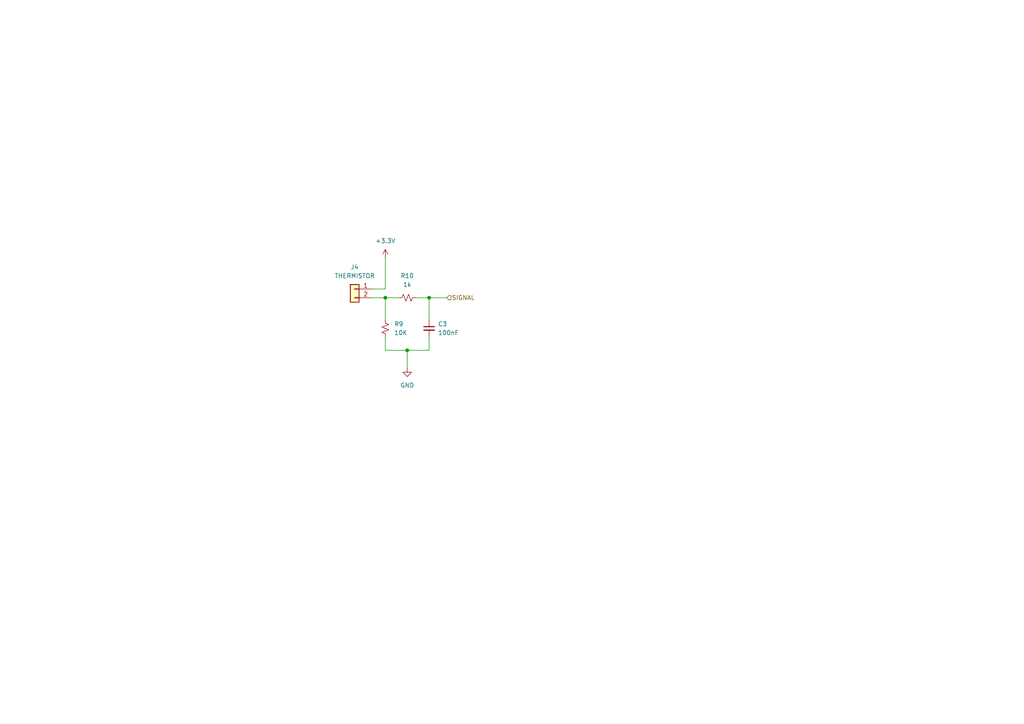
<source format=kicad_sch>
(kicad_sch (version 20231120) (generator "eeschema") (generator_version "8.0")
  (paper "A4")
  (lib_symbols
    (symbol "Connector_Generic:Conn_01x02" (pin_names (offset 1.016) hide)
      (property "Reference" "J" (at 0 2.54 0))
      (property "Value" "Conn_01x02" (at 0 -5.08 0))
      (symbol "Conn_01x02_1_1"
        (rectangle (start -1.27 -2.413) (end 0 -2.667) (stroke (width 0.1524)))
        (rectangle (start -1.27 0.127) (end 0 -0.127) (stroke (width 0.1524)))
        (rectangle (start -1.27 1.27) (end 1.27 -3.81) (stroke (width 0.254)) (fill (type background)))
        (pin passive line (at -5.08 0 0) (length 3.81) (name "Pin_1") (number "1"))
        (pin passive line (at -5.08 -2.54 0) (length 3.81) (name "Pin_2") (number "2"))
      )
    )
    (symbol "Device:C_Small" (pin_numbers hide) (pin_names (offset 0.254) hide)
      (property "Reference" "C" (at 0.254 1.778 0))
      (property "Value" "C_Small" (at 0.254 -2.032 0))
      (symbol "C_Small_0_1"
        (polyline (pts (xy -1.524 -0.508) (xy 1.524 -0.508)) (stroke (width 0.3302)))
        (polyline (pts (xy -1.524 0.508) (xy 1.524 0.508)) (stroke (width 0.3048)))
      )
      (symbol "C_Small_1_1"
        (pin passive line (at 0 2.54 270) (length 2.032) (name "~") (number "1"))
        (pin passive line (at 0 -2.54 90) (length 2.032) (name "~") (number "2"))
      )
    )
    (symbol "Device:R_Small_US" (pin_numbers hide) (pin_names (offset 0.254) hide)
      (property "Reference" "R" (at 0.762 0.508 0))
      (property "Value" "R_Small_US" (at 0.762 -1.016 0))
      (symbol "R_Small_US_1_1"
        (polyline (pts (xy 0 0) (xy 1.016 -0.381) (xy 0 -0.762) (xy -1.016 -1.143) (xy 0 -1.524)))
        (polyline (pts (xy 0 1.524) (xy 1.016 1.143) (xy 0 0.762) (xy -1.016 0.381) (xy 0 0)))
        (pin passive line (at 0 2.54 270) (length 1.016) (name "~") (number "1"))
        (pin passive line (at 0 -2.54 90) (length 1.016) (name "~") (number "2"))
      )
    )
    (symbol "power:+3.3V" (power) (pin_numbers hide) (pin_names (offset 0) hide)
      (property "Value" "+3.3V" (at 0 3.556 0))
      (symbol "+3.3V_0_1"
        (polyline (pts (xy -0.762 1.27) (xy 0 2.54)))
        (polyline (pts (xy 0 0) (xy 0 2.54)))
        (polyline (pts (xy 0 2.54) (xy 0.762 1.27)))
      )
      (symbol "+3.3V_1_1"
        (pin power_in line (at 0 0 90) (length 0) (name "~") (number "1"))
      )
    )
    (symbol "power:GND" (power) (pin_numbers hide) (pin_names (offset 0) hide)
      (property "Value" "GND" (at 0 -3.81 0))
      (symbol "GND_0_1"
        (polyline (pts (xy 0 0) (xy 0 -1.27) (xy 1.27 -1.27) (xy 0 -2.54) (xy -1.27 -1.27) (xy 0 -1.27)))
      )
      (symbol "GND_1_1"
        (pin power_in line (at 0 0 270) (length 0) (name "~") (number "1"))
      )
    )
  )
  (junction (at 124.46 86.36))
  (junction (at 118.11 101.6))
  (junction (at 111.76 86.36))
  (wire (pts (xy 111.76 86.36) (xy 111.76 92.71)))
  (wire (pts (xy 118.11 101.6) (xy 124.46 101.6)))
  (wire (pts (xy 111.76 86.36) (xy 115.57 86.36)))
  (wire (pts (xy 124.46 97.79) (xy 124.46 101.6)))
  (wire (pts (xy 124.46 86.36) (xy 124.46 92.71)))
  (wire (pts (xy 111.76 74.93) (xy 111.76 83.82)))
  (wire (pts (xy 111.76 97.79) (xy 111.76 101.6)))
  (wire (pts (xy 124.46 86.36) (xy 129.54 86.36)))
  (wire (pts (xy 111.76 83.82) (xy 107.95 83.82)))
  (wire (pts (xy 111.76 101.6) (xy 118.11 101.6)))
  (wire (pts (xy 120.65 86.36) (xy 124.46 86.36)))
  (wire (pts (xy 111.76 86.36) (xy 107.95 86.36)))
  (wire (pts (xy 118.11 106.68) (xy 118.11 101.6)))
  (hierarchical_label "SIGNAL" (shape input) (at 129.54 86.36 0))
  (symbol (lib_id "Connector_Generic:Conn_01x02") (at 102.87 83.82 0) (mirror y) (unit 1)
    (property "Reference" "J4" (at 102.87 77.47 0))
    (property "Value" "THERMISTOR" (at 102.87 80.01 0))
    (property "Footprint" "Connector_JST:JST_PH_S2B-PH-K_1x02_P2.00mm_Horizontal" (effects (hide yes)))
    (property "Description" "Generic connector, single row, 01x02, script generated (kicad-library-utils/schlib/autogen/connector/)" (effects (hide yes)))
  )
  (symbol (lib_id "Device:C_Small") (at 124.46 95.25 0) (unit 1)
    (property "Reference" "C3" (at 127 93.9863 0) (effects (justify left)))
    (property "Value" "100nF" (at 127 96.5263 0) (effects (justify left)))
    (property "Footprint" "Capacitor_SMD:C_0805_2012Metric_Pad1.18x1.45mm_HandSolder" (effects (hide yes)))
    (property "LCSC" "C49678" (effects (hide yes)))
  )
  (symbol (lib_id "power:GND") (at 118.11 106.68 0) (unit 1)
    (property "Reference" "#PWR014" (effects (hide yes)))
    (property "Value" "GND" (at 118.11 111.76 0))
    (property "Description" "Power symbol creates a global label with name \"GND\" , ground" (effects (hide yes)))
  )
  (symbol (lib_id "Device:R_Small_US") (at 118.11 86.36 90) (unit 1)
    (property "Reference" "R10" (at 118.11 80.01 90))
    (property "Value" "1k" (at 118.11 82.55 90))
    (property "Footprint" "Resistor_SMD:R_0805_2012Metric_Pad1.20x1.40mm_HandSolder" (effects (hide yes)))
    (property "LCSC" "C95781" (effects (hide yes)))
  )
  (symbol (lib_id "Device:R_Small_US") (at 111.76 95.25 180) (unit 1)
    (property "Reference" "R9" (at 114.3 93.98 0) (effects (justify right)))
    (property "Value" "10K" (at 114.3 96.52 0) (effects (justify right)))
    (property "Footprint" "Resistor_SMD:R_0805_2012Metric_Pad1.20x1.40mm_HandSolder" (effects (hide yes)))
  )
  (symbol (lib_id "power:+3.3V") (at 111.76 74.93 0) (unit 1)
    (property "Reference" "#PWR013" (effects (hide yes)))
    (property "Value" "+3.3V" (at 111.76 69.85 0))
    (property "Description" "Power symbol creates a global label with name \"+3.3V\"" (effects (hide yes)))
  )
)
</source>
